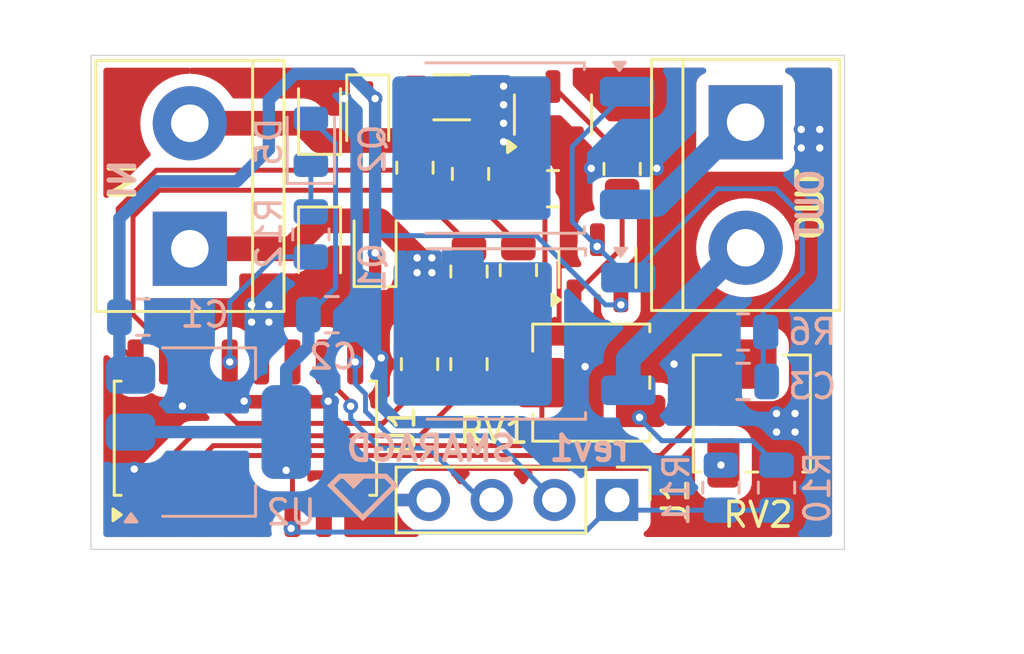
<source format=kicad_pcb>
(kicad_pcb (version 20221018) (generator pcbnew)
  (layers (0 "F.Cu" signal) (31 "B.Cu" signal) (34 "B.Paste" user) (35 "F.Paste" user) (36 "B.SilkS" user "B.Silkscreen") (37 "F.SilkS" user "F.Silkscreen") (38 "B.Mask" user) (39 "F.Mask" user) (44 "Edge.Cuts" user))
  (net 0 "")
  (net 1 "GND")
  (net 2 "+12V")
  (net 3 "VCC")
  (net 4 "Net-(D1-A)")
  (net 5 "Net-(D2-A)")
  (net 6 "Net-(D5-K)")
  (net 7 "Net-(J1-Pin_2)")
  (net 8 "Net-(J1-Pin_3)")
  (net 9 "/SIG")
  (net 10 "/PWM")
  (net 11 "Net-(M1-+)")
  (net 12 "Net-(M1--)")
  (net 13 "Net-(Q1-G)")
  (net 14 "Net-(Q2-D)")
  (net 15 "/Ia")
  (net 16 "/Ib")
  (net 17 "Net-(Q3-B)")
  (net 18 "Net-(Q4-C)")
  (net 19 "Net-(Q4-B)")
  (net 20 "Net-(R10-Pad2)")
  (net 21 "Net-(R11-Pad2)")
  (net 22 "Net-(U1-P1.3)")
  (net 23 "Net-(U1-P1.4)")
  (net 28 "Net-(U1-P3.6)")
  (net 29 "unconnected-(U1-P1.5-Pad4)")
  (footprint "Potentiometer_SMD:Potentiometer_Bourns_3314J_Vertical" (layer "F.Cu") (at 120.25 113.25 -90)
    (fp_text reference "RV1" (at 1.95 3.95 -180) (layer "F.SilkS"))
    (fp_text value "1k")
    (fp_line (start -2.37 -2.37) (end -2.37 2.37) (stroke (width 0.12)) (layer "F.SilkS"))
    (fp_line (start -2.37 -2.37) (end -2.06 -2.37) (stroke (width 0.12)) (layer "F.SilkS"))
    (fp_line (start -2.37 2.37) (end -1.27 2.37) (stroke (width 0.12)) (layer "F.SilkS"))
    (fp_line (start -0.24 -2.37) (end 0.24 -2.37) (stroke (width 0.12)) (layer "F.SilkS"))
    (fp_line (start 1.26 2.37) (end 2.37 2.37) (stroke (width 0.12)) (layer "F.SilkS"))
    (fp_line (start 2.06 -2.37) (end 2.37 -2.37) (stroke (width 0.12)) (layer "F.SilkS"))
    (fp_line (start 2.37 -2.37) (end 2.37 2.37) (stroke (width 0.12)) (layer "F.SilkS"))
    (pad "1" smd roundrect (at -1.15 -2 270) (size 1.3 2) (layers "F.Cu" "F.Paste" "F.Mask") (roundrect_rratio 0.1923076923) (net 1 "GND"))
    (pad "2" smd roundrect (at 0 2 270) (size 2 2) (layers "F.Cu" "F.Paste" "F.Mask") (roundrect_rratio 0.125) (net 22 "Net-(U1-P1.3)"))
    (pad "3" smd roundrect (at 1.15 -2 270) (size 1.3 2) (layers "F.Cu" "F.Paste" "F.Mask") (roundrect_rratio 0.1923076923) (net 20 "Net-(R10-Pad2)"))
  )
  (footprint "Connector_PinHeader_2.54mm:PinHeader_1x04_P2.54mm_Vertical" (layer "F.Cu") (at 121.3 118 -90)
    (fp_text reference "J1" (at 0 -2.33 90) (layer "F.SilkS"))
    (fp_text value "Conn_01x04_Pin")
    (fp_line (start -1.33 -1.33) (end 0 -1.33) (stroke (width 0.12)) (layer "F.SilkS"))
    (fp_line (start -1.33 0) (end -1.33 -1.33) (stroke (width 0.12)) (layer "F.SilkS"))
    (fp_line (start -1.33 1.27) (end -1.33 8.95) (stroke (width 0.12)) (layer "F.SilkS"))
    (fp_line (start -1.33 1.27) (end 1.33 1.27) (stroke (width 0.12)) (layer "F.SilkS"))
    (fp_line (start -1.33 8.95) (end 1.33 8.95) (stroke (width 0.12)) (layer "F.SilkS"))
    (fp_line (start 1.33 1.27) (end 1.33 8.95) (stroke (width 0.12)) (layer "F.SilkS"))
    (pad "1" thru_hole rect (at 0 0 270) (size 1.7 1.7) (drill 1) (layers "*.Cu" "*.Mask") (net 3 "VCC"))
    (pad "2" thru_hole oval (at 0 2.54 270) (size 1.7 1.7) (drill 1) (layers "*.Cu" "*.Mask") (net 7 "Net-(J1-Pin_2)"))
    (pad "3" thru_hole oval (at 0 5.08 270) (size 1.7 1.7) (drill 1) (layers "*.Cu" "*.Mask") (net 8 "Net-(J1-Pin_3)"))
    (pad "4" thru_hole oval (at 0 7.62 270) (size 1.7 1.7) (drill 1) (layers "*.Cu" "*.Mask") (net 1 "GND"))
  )
  (footprint "Resistor_SMD:R_0805_2012Metric" (layer "F.Cu") (at 115.3 108.75 -90)
    (fp_text reference "R4" hide)
    (fp_text value "1K")
    (fp_line (start -0.227064 -0.735) (end 0.227064 -0.735) (stroke (width 0.12)) (layer "F.SilkS"))
    (fp_line (start -0.227064 0.735) (end 0.227064 0.735) (stroke (width 0.12)) (layer "F.SilkS"))
    (pad "1" smd roundrect (at -0.9125 0 270) (size 1.025 1.4) (layers "F.Cu" "F.Paste" "F.Mask") (roundrect_rratio 0.243902439) (net 15 "/Ia"))
    (pad "2" smd roundrect (at 0.9125 0 270) (size 1.025 1.4) (layers "F.Cu" "F.Paste" "F.Mask") (roundrect_rratio 0.243902439) (net 1 "GND"))
  )
  (footprint "Package_TO_SOT_SMD:SOT-23-3" (layer "F.Cu") (at 120.5 108.6 90)
    (fp_text reference "Q3" hide)
    (fp_text value "BC857")
    (fp_line (start 0 -1.56) (end -0.8 -1.56) (stroke (width 0.12)) (layer "F.SilkS"))
    (fp_line (start 0 -1.56) (end 0.8 -1.56) (stroke (width 0.12)) (layer "F.SilkS"))
    (fp_line (start 0 1.56) (end -0.8 1.56) (stroke (width 0.12)) (layer "F.SilkS"))
    (fp_line (start 0 1.56) (end 0.8 1.56) (stroke (width 0.12)) (layer "F.SilkS"))
    (fp_poly (pts (xy -1.3 -1.51) (xy -1.54 -1.84) (xy -1.06 -1.84) (xy -1.3 -1.51)) (stroke (width 0.12)) (fill solid) (layer "F.SilkS"))
    (pad "1" smd roundrect (at -1.1375 -0.95 90) (size 1.325 0.6) (layers "F.Cu" "F.Paste" "F.Mask") (net 17 "Net-(Q3-B)"))
    (pad "2" smd roundrect (at -1.1375 0.95 90) (size 1.325 0.6) (layers "F.Cu" "F.Paste" "F.Mask") (net 2 "+12V"))
    (pad "3" smd roundrect (at 1.1375 0 90) (size 1.325 0.6) (layers "F.Cu" "F.Paste" "F.Mask") (net 13 "Net-(Q1-G)"))
  )
  (footprint "Resistor_SMD:R_0805_2012Metric" (layer "F.Cu") (at 113.3 112.5 90)
    (fp_text reference "R13" hide)
    (fp_text value "3k3")
    (fp_line (start -0.227064 -0.735) (end 0.227064 -0.735) (stroke (width 0.12)) (layer "F.SilkS"))
    (fp_line (start -0.227064 0.735) (end 0.227064 0.735) (stroke (width 0.12)) (layer "F.SilkS"))
    (pad "1" smd roundrect (at -0.9125 0 90) (size 1.025 1.4) (layers "F.Cu" "F.Paste" "F.Mask") (roundrect_rratio 0.243902439) (net 10 "/PWM"))
    (pad "2" smd roundrect (at 0.9125 0 90) (size 1.025 1.4) (layers "F.Cu" "F.Paste" "F.Mask") (roundrect_rratio 0.243902439) (net 19 "Net-(Q4-B)"))
  )
  (footprint "Package_TO_SOT_SMD:SOT-23-3" (layer "F.Cu") (at 118.7 102.4 90)
    (fp_text reference "Q4" hide)
    (fp_text value "BC847")
    (fp_line (start 0 -1.56) (end -0.8 -1.56) (stroke (width 0.12)) (layer "F.SilkS"))
    (fp_line (start 0 -1.56) (end 0.8 -1.56) (stroke (width 0.12)) (layer "F.SilkS"))
    (fp_line (start 0 1.56) (end -0.8 1.56) (stroke (width 0.12)) (layer "F.SilkS"))
    (fp_line (start 0 1.56) (end 0.8 1.56) (stroke (width 0.12)) (layer "F.SilkS"))
    (fp_poly (pts (xy -1.3 -1.51) (xy -1.54 -1.84) (xy -1.06 -1.84) (xy -1.3 -1.51)) (stroke (width 0.12)) (fill solid) (layer "F.SilkS"))
    (pad "1" smd roundrect (at -1.1375 -0.95 90) (size 1.325 0.6) (layers "F.Cu" "F.Paste" "F.Mask") (net 19 "Net-(Q4-B)"))
    (pad "2" smd roundrect (at -1.1375 0.95 90) (size 1.325 0.6) (layers "F.Cu" "F.Paste" "F.Mask") (net 1 "GND"))
    (pad "3" smd roundrect (at 1.1375 0 90) (size 1.325 0.6) (layers "F.Cu" "F.Paste" "F.Mask") (net 18 "Net-(Q4-C)"))
  )
  (footprint "Diode_SMD:D_SOD-323" (layer "F.Cu") (at 111.5 107.75 90)
    (fp_text reference "D2" hide)
    (fp_text value "1N4007")
    (fp_line (start -1.61 -0.85) (end -1.61 0.85) (stroke (width 0.12)) (layer "F.SilkS"))
    (fp_line (start -1.61 -0.85) (end 1.05 -0.85) (stroke (width 0.12)) (layer "F.SilkS"))
    (fp_line (start -1.61 0.85) (end 1.05 0.85) (stroke (width 0.12)) (layer "F.SilkS"))
    (pad "1" smd roundrect (at -1.05 0 90) (size 0.6 0.45) (layers "F.Cu" "F.Paste" "F.Mask") (net 2 "+12V"))
    (pad "2" smd roundrect (at 1.05 0 90) (size 0.6 0.45) (layers "F.Cu" "F.Paste" "F.Mask") (net 5 "Net-(D2-A)"))
  )
  (footprint "Diode_SMD:D_SOD-323" (layer "F.Cu") (at 111.2 102.4 -90)
    (fp_text reference "D1" hide)
    (fp_text value "1N4007")
    (fp_line (start -1.61 -0.85) (end -1.61 0.85) (stroke (width 0.12)) (layer "F.SilkS"))
    (fp_line (start -1.61 -0.85) (end 1.05 -0.85) (stroke (width 0.12)) (layer "F.SilkS"))
    (fp_line (start -1.61 0.85) (end 1.05 0.85) (stroke (width 0.12)) (layer "F.SilkS"))
    (pad "1" smd roundrect (at -1.05 0 270) (size 0.6 0.45) (layers "F.Cu" "F.Paste" "F.Mask") (net 2 "+12V"))
    (pad "2" smd roundrect (at 1.05 0 270) (size 0.6 0.45) (layers "F.Cu" "F.Paste" "F.Mask") (net 4 "Net-(D1-A)"))
  )
  (footprint "Resistor_SMD:R_0805_2012Metric" (layer "F.Cu") (at 117.3 108.7 -90)
    (fp_text reference "R5" hide)
    (fp_text value "1K")
    (fp_line (start -0.227064 -0.735) (end 0.227064 -0.735) (stroke (width 0.12)) (layer "F.SilkS"))
    (fp_line (start -0.227064 0.735) (end 0.227064 0.735) (stroke (width 0.12)) (layer "F.SilkS"))
    (pad "1" smd roundrect (at -0.9125 0 270) (size 1.025 1.4) (layers "F.Cu" "F.Paste" "F.Mask") (roundrect_rratio 0.243902439) (net 16 "/Ib"))
    (pad "2" smd roundrect (at 0.9125 0 270) (size 1.025 1.4) (layers "F.Cu" "F.Paste" "F.Mask") (roundrect_rratio 0.243902439) (net 1 "GND"))
  )
  (footprint "Potentiometer_SMD:Potentiometer_Bourns_3314J_Vertical" (layer "F.Cu") (at 126.75 114.5 180)
    (fp_text reference "RV2" (at -0.25 -4.1) (layer "F.SilkS"))
    (fp_text value "1k")
    (fp_line (start -2.37 -2.37) (end -2.37 2.37) (stroke (width 0.12)) (layer "F.SilkS"))
    (fp_line (start -2.37 -2.37) (end -2.06 -2.37) (stroke (width 0.12)) (layer "F.SilkS"))
    (fp_line (start -2.37 2.37) (end -1.27 2.37) (stroke (width 0.12)) (layer "F.SilkS"))
    (fp_line (start -0.24 -2.37) (end 0.24 -2.37) (stroke (width 0.12)) (layer "F.SilkS"))
    (fp_line (start 1.26 2.37) (end 2.37 2.37) (stroke (width 0.12)) (layer "F.SilkS"))
    (fp_line (start 2.06 -2.37) (end 2.37 -2.37) (stroke (width 0.12)) (layer "F.SilkS"))
    (fp_line (start 2.37 -2.37) (end 2.37 2.37) (stroke (width 0.12)) (layer "F.SilkS"))
    (pad "1" smd roundrect (at -1.15 -2 180) (size 1.3 2) (layers "F.Cu" "F.Paste" "F.Mask") (roundrect_rratio 0.1923076923) (net 1 "GND"))
    (pad "2" smd roundrect (at 0 2 180) (size 2 2) (layers "F.Cu" "F.Paste" "F.Mask") (roundrect_rratio 0.125) (net 23 "Net-(U1-P1.4)"))
    (pad "3" smd roundrect (at 1.15 -2 180) (size 1.3 2) (layers "F.Cu" "F.Paste" "F.Mask") (roundrect_rratio 0.1923076923) (net 21 "Net-(R11-Pad2)"))
  )
  (footprint "TerminalBlock:TerminalBlock_bornier-2_P5.08mm" (layer "F.Cu") (at 104 107.83 90)
    (fp_text reference "J2" hide)
    (fp_text value "Conn_01x02_Socket")
    (fp_line (start -2.54 -3.81) (end -2.54 3.81) (stroke (width 0.12)) (layer "F.SilkS"))
    (fp_line (start -2.54 3.81) (end 7.62 3.81) (stroke (width 0.12)) (layer "F.SilkS"))
    (fp_line (start 7.62 -3.81) (end -2.54 -3.81) (stroke (width 0.12)) (layer "F.SilkS"))
    (fp_line (start 7.62 2.54) (end -2.54 2.54) (stroke (width 0.12)) (layer "F.SilkS"))
    (fp_line (start 7.62 3.81) (end 7.62 -3.81) (stroke (width 0.12)) (layer "F.SilkS"))
    (pad "1" thru_hole rect (at 0 0 90) (size 3 3) (drill 1.52) (layers "*.Cu" "*.Mask") (net 5 "Net-(D2-A)"))
    (pad "2" thru_hole circle (at 5.08 0 90) (size 3 3) (drill 1.52) (layers "*.Cu" "*.Mask") (net 4 "Net-(D1-A)"))
  )
  (footprint "Resistor_SMD:R_0805_2012Metric" (layer "F.Cu") (at 115.3 112.5 90)
    (fp_text reference "R8" hide)
    (fp_text value "3k3")
    (fp_line (start -0.227064 -0.735) (end 0.227064 -0.735) (stroke (width 0.12)) (layer "F.SilkS"))
    (fp_line (start -0.227064 0.735) (end 0.227064 0.735) (stroke (width 0.12)) (layer "F.SilkS"))
    (pad "1" smd roundrect (at -0.9125 0 90) (size 1.025 1.4) (layers "F.Cu" "F.Paste" "F.Mask") (roundrect_rratio 0.243902439) (net 9 "/SIG"))
    (pad "2" smd roundrect (at 0.9125 0 90) (size 1.025 1.4) (layers "F.Cu" "F.Paste" "F.Mask") (roundrect_rratio 0.243902439) (net 19 "Net-(Q4-B)"))
  )
  (footprint "Resistor_SMD:R_1206_3216Metric" (layer "F.Cu") (at 114.6 101.7)
    (fp_text reference "R1" hide)
    (fp_text value "22")
    (fp_line (start -0.727064 -0.91) (end 0.727064 -0.91) (stroke (width 0.12)) (layer "F.SilkS"))
    (fp_line (start -0.727064 0.91) (end 0.727064 0.91) (stroke (width 0.12)) (layer "F.SilkS"))
    (pad "1" smd roundrect (at -1.4625 0) (size 1.125 1.75) (layers "F.Cu" "F.Paste" "F.Mask") (roundrect_rratio 0.2222222222) (net 4 "Net-(D1-A)"))
    (pad "2" smd roundrect (at 1.4625 0) (size 1.125 1.75) (layers "F.Cu" "F.Paste" "F.Mask") (roundrect_rratio 0.2222222222) (net 14 "Net-(Q2-D)"))
  )
  (footprint "Package_SO:SOP-16_4.4x10.4mm_P1.27mm" (layer "F.Cu") (at 106.25 115.5 90)
    (fp_text reference "U1" (at 0.3 6.35 270) (layer "F.SilkS"))
    (fp_text value "~")
    (fp_line (start -2.31 -5.31) (end -2.31 -5.03) (stroke (width 0.12)) (layer "F.SilkS"))
    (fp_line (start -2.31 5.31) (end -2.31 5.03) (stroke (width 0.12)) (layer "F.SilkS"))
    (fp_line (start 0 -5.31) (end -2.31 -5.31) (stroke (width 0.12)) (layer "F.SilkS"))
    (fp_line (start 0 -5.31) (end 2.31 -5.31) (stroke (width 0.12)) (layer "F.SilkS"))
    (fp_line (start 0 5.31) (end -2.31 5.31) (stroke (width 0.12)) (layer "F.SilkS"))
    (fp_line (start 0 5.31) (end 2.31 5.31) (stroke (width 0.12)) (layer "F.SilkS"))
    (fp_line (start 2.31 -5.31) (end 2.31 -5.03) (stroke (width 0.12)) (layer "F.SilkS"))
    (fp_line (start 2.31 5.31) (end 2.31 5.03) (stroke (width 0.12)) (layer "F.SilkS"))
    (fp_poly (pts (xy -3.1 -5.03) (xy -3.34 -5.36) (xy -2.86 -5.36) (xy -3.1 -5.03)) (stroke (width 0.12)) (fill solid) (layer "F.SilkS"))
    (pad "1" smd roundrect (at -3.0875 -4.445 90) (size 1.825 0.65) (layers "F.Cu" "F.Paste" "F.Mask") (net 9 "/SIG"))
    (pad "2" smd roundrect (at -3.0875 -3.175 90) (size 1.825 0.65) (layers "F.Cu" "F.Paste" "F.Mask") (net 22 "Net-(U1-P1.3)"))
    (pad "3" smd roundrect (at -3.0875 -1.905 90) (size 1.825 0.65) (layers "F.Cu" "F.Paste" "F.Mask") (net 23 "Net-(U1-P1.4)"))
    (pad "4" smd roundrect (at -3.0875 -0.635 90) (size 1.825 0.65) (layers "F.Cu" "F.Paste" "F.Mask") (net 29 "unconnected-(U1-P1.5-Pad4)"))
    (pad "5" smd roundrect (at -3.0875 0.635 90) (size 1.825 0.65) (layers "F.Cu" "F.Paste" "F.Mask"))
    (pad "6" smd roundrect (at -3.0875 1.905 90) (size 1.825 0.65) (layers "F.Cu" "F.Paste" "F.Mask") (net 3 "VCC"))
    (pad "7" smd roundrect (at -3.0875 3.175 90) (size 1.825 0.65) (layers "F.Cu" "F.Paste" "F.Mask"))
    (pad "8" smd roundrect (at -3.0875 4.445 90) (size 1.825 0.65) (layers "F.Cu" "F.Paste" "F.Mask") (net 1 "GND"))
    (pad "9" smd roundrect (at 3.0875 4.445 90) (size 1.825 0.65) (layers "F.Cu" "F.Paste" "F.Mask") (net 7 "Net-(J1-Pin_2)"))
    (pad "10" smd roundrect (at 3.0875 3.175 90) (size 1.825 0.65) (layers "F.Cu" "F.Paste" "F.Mask") (net 8 "Net-(J1-Pin_3)"))
    (pad "11" smd roundrect (at 3.0875 1.905 90) (size 1.825 0.65) (layers "F.Cu" "F.Paste" "F.Mask"))
    (pad "12" smd roundrect (at 3.0875 0.635 90) (size 1.825 0.65) (layers "F.Cu" "F.Paste" "F.Mask"))
    (pad "13" smd roundrect (at 3.0875 -0.635 90) (size 1.825 0.65) (layers "F.Cu" "F.Paste" "F.Mask") (net 28 "Net-(U1-P3.6)"))
    (pad "14" smd roundrect (at 3.0875 -1.905 90) (size 1.825 0.65) (layers "F.Cu" "F.Paste" "F.Mask") (net 10 "/PWM"))
    (pad "15" smd roundrect (at 3.0875 -3.175 90) (size 1.825 0.65) (layers "F.Cu" "F.Paste" "F.Mask") (net 15 "/Ia"))
    (pad "16" smd roundrect (at 3.0875 -4.445 90) (size 1.825 0.65) (layers "F.Cu" "F.Paste" "F.Mask") (net 16 "/Ib"))
  )
  (footprint "Diode_SMD:D_SOD-323" (layer "F.Cu") (at 109.25 107.75 -90)
    (fp_text reference "D4" hide)
    (fp_text value "1N4007")
    (fp_line (start -1.61 -0.85) (end -1.61 0.85) (stroke (width 0.12)) (layer "F.SilkS"))
    (fp_line (start -1.61 -0.85) (end 1.05 -0.85) (stroke (width 0.12)) (layer "F.SilkS"))
    (fp_line (start -1.61 0.85) (end 1.05 0.85) (stroke (width 0.12)) (layer "F.SilkS"))
    (pad "1" smd roundrect (at -1.05 0 270) (size 0.6 0.45) (layers "F.Cu" "F.Paste" "F.Mask") (net 5 "Net-(D2-A)"))
    (pad "2" smd roundrect (at 1.05 0 270) (size 0.6 0.45) (layers "F.Cu" "F.Paste" "F.Mask") (net 1 "GND"))
  )
  (footprint "Resistor_SMD:R_0805_2012Metric" (layer "F.Cu") (at 115.3625 104.8 -90)
    (fp_text reference "R3" hide)
    (fp_text value "10K")
    (fp_line (start -0.227064 -0.735) (end 0.227064 -0.735) (stroke (width 0.12)) (layer "F.SilkS"))
    (fp_line (start -0.227064 0.735) (end 0.227064 0.735) (stroke (width 0.12)) (layer "F.SilkS"))
    (pad "1" smd roundrect (at -0.9125 0 270) (size 1.025 1.4) (layers "F.Cu" "F.Paste" "F.Mask") (roundrect_rratio 0.243902439) (net 14 "Net-(Q2-D)"))
    (pad "2" smd roundrect (at 0.9125 0 270) (size 1.025 1.4) (layers "F.Cu" "F.Paste" "F.Mask") (roundrect_rratio 0.243902439) (net 16 "/Ib"))
  )
  (footprint "TerminalBlock:TerminalBlock_bornier-2_P5.08mm" (layer "F.Cu") (at 126.5 102.71 -90)
    (fp_text reference "M1" hide)
    (fp_text value "Motor_DC")
    (fp_line (start -2.54 -3.81) (end -2.54 3.81) (stroke (width 0.12)) (layer "F.SilkS"))
    (fp_line (start -2.54 3.81) (end 7.62 3.81) (stroke (width 0.12)) (layer "F.SilkS"))
    (fp_line (start 7.62 -3.81) (end -2.54 -3.81) (stroke (width 0.12)) (layer "F.SilkS"))
    (fp_line (start 7.62 2.54) (end -2.54 2.54) (stroke (width 0.12)) (layer "F.SilkS"))
    (fp_line (start 7.62 3.81) (end 7.62 -3.81) (stroke (width 0.12)) (layer "F.SilkS"))
    (pad "1" thru_hole rect (at 0 0 270) (size 3 3) (drill 1.52) (layers "*.Cu" "*.Mask") (net 11 "Net-(M1-+)"))
    (pad "2" thru_hole circle (at 5.08 0 270) (size 3 3) (drill 1.52) (layers "*.Cu" "*.Mask") (net 12 "Net-(M1--)"))
  )
  (footprint "Resistor_SMD:R_0805_2012Metric" (layer "F.Cu") (at 118.7 105.4)
    (fp_text reference "R9" hide)
    (fp_text value "10k")
    (fp_line (start -0.227064 -0.735) (end 0.227064 -0.735) (stroke (width 0.12)) (layer "F.SilkS"))
    (fp_line (start -0.227064 0.735) (end 0.227064 0.735) (stroke (width 0.12)) (layer "F.SilkS"))
    (pad "1" smd roundrect (at -0.9125 0) (size 1.025 1.4) (layers "F.Cu" "F.Paste" "F.Mask") (roundrect_rratio 0.243902439) (net 19 "Net-(Q4-B)"))
    (pad "2" smd roundrect (at 0.9125 0) (size 1.025 1.4) (layers "F.Cu" "F.Paste" "F.Mask") (roundrect_rratio 0.243902439) (net 1 "GND"))
  )
  (footprint "Resistor_SMD:R_0805_2012Metric" (layer "F.Cu") (at 121.5 104.6 90)
    (fp_text reference "R7" hide)
    (fp_text value "10K")
    (fp_line (start -0.227064 -0.735) (end 0.227064 -0.735) (stroke (width 0.12)) (layer "F.SilkS"))
    (fp_line (start -0.227064 0.735) (end 0.227064 0.735) (stroke (width 0.12)) (layer "F.SilkS"))
    (pad "1" smd roundrect (at -0.9125 0 90) (size 1.025 1.4) (layers "F.Cu" "F.Paste" "F.Mask") (roundrect_rratio 0.243902439) (net 17 "Net-(Q3-B)"))
    (pad "2" smd roundrect (at 0.9125 0 90) (size 1.025 1.4) (layers "F.Cu" "F.Paste" "F.Mask") (roundrect_rratio 0.243902439) (net 18 "Net-(Q4-C)"))
  )
  (footprint "Resistor_SMD:R_0805_2012Metric" (layer "F.Cu") (at 113.1125 104.55 -90)
    (fp_text reference "R2" hide)
    (fp_text value "10K")
    (fp_line (start -0.227064 -0.735) (end 0.227064 -0.735) (stroke (width 0.12)) (layer "F.SilkS"))
    (fp_line (start -0.227064 0.735) (end 0.227064 0.735) (stroke (width 0.12)) (layer "F.SilkS"))
    (pad "1" smd roundrect (at -0.9125 0 270) (size 1.025 1.4) (layers "F.Cu" "F.Paste" "F.Mask") (roundrect_rratio 0.243902439) (net 4 "Net-(D1-A)"))
    (pad "2" smd roundrect (at 0.9125 0 270) (size 1.025 1.4) (layers "F.Cu" "F.Paste" "F.Mask") (roundrect_rratio 0.243902439) (net 15 "/Ia"))
  )
  (footprint "Diode_SMD:D_SOD-323" (layer "F.Cu") (at 109.25 102.4 90)
    (fp_text reference "D3" hide)
    (fp_text value "1N4007")
    (fp_line (start -1.61 -0.85) (end -1.61 0.85) (stroke (width 0.12)) (layer "F.SilkS"))
    (fp_line (start -1.61 -0.85) (end 1.05 -0.85) (stroke (width 0.12)) (layer "F.SilkS"))
    (fp_line (start -1.61 0.85) (end 1.05 0.85) (stroke (width 0.12)) (layer "F.SilkS"))
    (pad "1" smd roundrect (at -1.05 0 90) (size 0.6 0.45) (layers "F.Cu" "F.Paste" "F.Mask") (net 4 "Net-(D1-A)"))
    (pad "2" smd roundrect (at 1.05 0 90) (size 0.6 0.45) (layers "F.Cu" "F.Paste" "F.Mask") (net 1 "GND"))
  )
  (footprint "LED_SMD:LED_0805_2012Metric" (layer "B.Cu") (at 108.9 103.5 90)
    (fp_text reference "D5" (at 0 -1.7 90) (layer "B.SilkS") (effects (justify mirror)))
    (fp_text value "LED")
    (fp_line (start -1.685 -0.96) (end 1 -0.96) (stroke (width 0.12)) (layer "B.SilkS"))
    (fp_line (start -1.685 0.96) (end -1.685 -0.96) (stroke (width 0.12)) (layer "B.SilkS"))
    (fp_line (start 1 0.96) (end -1.685 0.96) (stroke (width 0.12)) (layer "B.SilkS"))
    (pad "1" smd roundrect (at -0.9375 0 90) (size 0.975 1.4) (layers "B.Cu" "B.Paste" "B.Mask") (net 6 "Net-(D5-K)"))
    (pad "2" smd roundrect (at 0.9375 0 90) (size 0.975 1.4) (layers "B.Cu" "B.Paste" "B.Mask") (net 3 "VCC"))
  )
  (footprint "Resistor_SMD:R_0805_2012Metric" (layer "B.Cu") (at 126.4 111.2 180)
    (fp_text reference "R6" (at -2.8 0) (layer "B.SilkS") (effects (justify mirror)))
    (fp_text value "10K")
    (fp_line (start -0.227064 -0.735) (end 0.227064 -0.735) (stroke (width 0.12)) (layer "B.SilkS"))
    (fp_line (start -0.227064 0.735) (end 0.227064 0.735) (stroke (width 0.12)) (layer "B.SilkS"))
    (pad "1" smd roundrect (at -0.9125 0 180) (size 1.025 1.4) (layers "B.Cu" "B.Paste" "B.Mask") (roundrect_rratio 0.243902439) (net 13 "Net-(Q1-G)"))
    (pad "2" smd roundrect (at 0.9125 0 180) (size 1.025 1.4) (layers "B.Cu" "B.Paste" "B.Mask") (roundrect_rratio 0.243902439) (net 1 "GND"))
  )
  (footprint "Capacitor_SMD:C_0805_2012Metric" (layer "B.Cu") (at 126.4 113.2)
    (fp_text reference "C3" (at 2.8 0.2) (layer "B.SilkS") (effects (justify mirror)))
    (fp_text value "1u")
    (fp_line (start -0.261252 -0.735) (end 0.261252 -0.735) (stroke (width 0.12)) (layer "B.SilkS"))
    (fp_line (start -0.261252 0.735) (end 0.261252 0.735) (stroke (width 0.12)) (layer "B.SilkS"))
    (pad "1" smd roundrect (at -0.95 0) (size 1 1.45) (layers "B.Cu" "B.Paste" "B.Mask") (net 1 "GND"))
    (pad "2" smd roundrect (at 0.95 0) (size 1 1.45) (layers "B.Cu" "B.Paste" "B.Mask") (net 13 "Net-(Q1-G)"))
  )
  (footprint "Resistor_SMD:R_0805_2012Metric" (layer "B.Cu") (at 127.75 117.5 90)
    (fp_text reference "R10" (at 0 1.65 90) (layer "B.SilkS") (effects (justify mirror)))
    (fp_text value "10k")
    (fp_line (start -0.227064 -0.735) (end 0.227064 -0.735) (stroke (width 0.12)) (layer "B.SilkS"))
    (fp_line (start -0.227064 0.735) (end 0.227064 0.735) (stroke (width 0.12)) (layer "B.SilkS"))
    (pad "1" smd roundrect (at -0.9125 0 90) (size 1.025 1.4) (layers "B.Cu" "B.Paste" "B.Mask") (roundrect_rratio 0.243902439) (net 3 "VCC"))
    (pad "2" smd roundrect (at 0.9125 0 90) (size 1.025 1.4) (layers "B.Cu" "B.Paste" "B.Mask") (roundrect_rratio 0.243902439) (net 20 "Net-(R10-Pad2)"))
  )
  (footprint "Package_TO_SOT_SMD:SOT-223-3_TabPin2" (layer "B.Cu") (at 104.75 115.25)
    (fp_text reference "U2" (at 3.35 3.25) (layer "B.SilkS") (effects (justify mirror)))
    (fp_text value "LD1117S50TR_SOT223")
    (fp_line (start -1.85 -3.41) (end 1.91 -3.41) (stroke (width 0.12)) (layer "B.SilkS"))
    (fp_line (start -1.85 3.41) (end 1.91 3.41) (stroke (width 0.12)) (layer "B.SilkS"))
    (fp_line (start 1.91 -3.41) (end 1.91 -2.15) (stroke (width 0.12)) (layer "B.SilkS"))
    (fp_line (start 1.91 3.41) (end 1.91 2.15) (stroke (width 0.12)) (layer "B.SilkS"))
    (fp_poly (pts (xy -3.13 3.31) (xy -3.37 3.64) (xy -2.89 3.64) (xy -3.13 3.31)) (stroke (width 0.12)) (fill solid) (layer "B.SilkS"))
    (pad "1" smd roundrect (at -3.15 2.3) (size 2 1.5) (layers "B.Cu" "B.Paste" "B.Mask") (net 1 "GND"))
    (pad "2" smd roundrect (at -3.15 0) (size 2 1.5) (layers "B.Cu" "B.Paste" "B.Mask") (net 3 "VCC"))
    (pad "2" smd roundrect (at 3.15 0) (size 2 3.8) (layers "B.Cu" "B.Paste" "B.Mask") (net 3 "VCC"))
    (pad "3" smd roundrect (at -3.15 -2.3) (size 2 1.5) (layers "B.Cu" "B.Paste" "B.Mask") (net 2 "+12V"))
  )
  (footprint "Resistor_SMD:R_0805_2012Metric" (layer "B.Cu") (at 125.5 117.5 90)
    (fp_text reference "R11" (at -0.1 -1.8 90) (layer "B.SilkS") (effects (justify mirror)))
    (fp_text value "10k")
    (fp_line (start -0.227064 -0.735) (end 0.227064 -0.735) (stroke (width 0.12)) (layer "B.SilkS"))
    (fp_line (start -0.227064 0.735) (end 0.227064 0.735) (stroke (width 0.12)) (layer "B.SilkS"))
    (pad "1" smd roundrect (at -0.9125 0 90) (size 1.025 1.4) (layers "B.Cu" "B.Paste" "B.Mask") (roundrect_rratio 0.243902439) (net 3 "VCC"))
    (pad "2" smd roundrect (at 0.9125 0 90) (size 1.025 1.4) (layers "B.Cu" "B.Paste" "B.Mask") (roundrect_rratio 0.243902439) (net 21 "Net-(R11-Pad2)"))
  )
  (footprint "Resistor_SMD:R_0805_2012Metric" (layer "B.Cu") (at 108.9 107.25 -90)
    (fp_text reference "R12" (at -0.05 1.7 -90) (layer "B.SilkS") (effects (justify mirror)))
    (fp_text value "1k")
    (fp_line (start -0.227064 -0.735) (end 0.227064 -0.735) (stroke (width 0.12)) (layer "B.SilkS"))
    (fp_line (start -0.227064 0.735) (end 0.227064 0.735) (stroke (width 0.12)) (layer "B.SilkS"))
    (pad "1" smd roundrect (at -0.9125 0 270) (size 1.025 1.4) (layers "B.Cu" "B.Paste" "B.Mask") (roundrect_rratio 0.243902439) (net 6 "Net-(D5-K)"))
    (pad "2" smd roundrect (at 0.9125 0 270) (size 1.025 1.4) (layers "B.Cu" "B.Paste" "B.Mask") (roundrect_rratio 0.243902439) (net 28 "Net-(U1-P3.6)"))
  )
  (footprint "Package_TO_SOT_SMD:TO-252-2" (layer "B.Cu") (at 116.66 103.7525 180)
    (fp_text reference "Q2" (at 5.26 -0.0475 90) (layer "B.SilkS") (effects (justify mirror)))
    (fp_text value "IRLR2705")
    (fp_line (start -3.31 -3.45) (end -3.31 -3.18) (stroke (width 0.12)) (layer "B.SilkS"))
    (fp_line (start -3.31 3.45) (end -3.31 3.18) (stroke (width 0.12)) (layer "B.SilkS"))
    (fp_line (start 3.11 -3.45) (end -3.31 -3.45) (stroke (width 0.12)) (layer "B.SilkS"))
    (fp_line (start 3.11 3.45) (end -3.31 3.45) (stroke (width 0.12)) (layer "B.SilkS"))
    (fp_poly (pts (xy -4.73 3.14) (xy -4.97 3.47) (xy -4.49 3.47) (xy -4.73 3.14)) (stroke (width 0.12)) (fill solid) (layer "B.SilkS"))
    (pad "1" smd roundrect (at -5.04 2.28 180) (size 2.2 1.2) (layers "B.Cu" "B.Paste" "B.Mask") (roundrect_rratio 0.2083333333) (net 13 "Net-(Q1-G)"))
    (pad "2" smd roundrect (at -0.415 -1.525 180) (size 3.05 2.75) (layers "B.Cu" "B.Paste") (roundrect_rratio 0.09090909091) (net 14 "Net-(Q2-D)"))
    (pad "2" smd roundrect (at -0.415 1.525 180) (size 3.05 2.75) (layers "B.Cu" "B.Paste") (roundrect_rratio 0.09090909091) (net 14 "Net-(Q2-D)"))
    (pad "2" smd roundrect (at 1.26 0 180) (size 6.4 5.8) (layers "B.Cu" "B.Mask") (roundrect_rratio 0.04310293103) (net 14 "Net-(Q2-D)"))
    (pad "2" smd roundrect (at 2.935 -1.525 180) (size 3.05 2.75) (layers "B.Cu" "B.Paste") (roundrect_rratio 0.09090909091) (net 14 "Net-(Q2-D)"))
    (pad "2" smd roundrect (at 2.935 1.525 180) (size 3.05 2.75) (layers "B.Cu" "B.Paste") (roundrect_rratio 0.09090909091) (net 14 "Net-(Q2-D)"))
    (pad "3" smd roundrect (at -5.04 -2.28 180) (size 2.2 1.2) (layers "B.Cu" "B.Paste" "B.Mask") (roundrect_rratio 0.2083333333) (net 11 "Net-(M1-+)"))
  )
  (footprint "Package_TO_SOT_SMD:TO-252-2" (layer "B.Cu") (at 116.71 111.28 180)
    (fp_text reference "Q1" (at 5.31 2.68 90) (layer "B.SilkS") (effects (justify mirror)))
    (fp_text value "IRLR2705")
    (fp_line (start -3.31 -3.45) (end -3.31 -3.18) (stroke (width 0.12)) (layer "B.SilkS"))
    (fp_line (start -3.31 3.45) (end -3.31 3.18) (stroke (width 0.12)) (layer "B.SilkS"))
    (fp_line (start 3.11 -3.45) (end -3.31 -3.45) (stroke (width 0.12)) (layer "B.SilkS"))
    (fp_line (start 3.11 3.45) (end -3.31 3.45) (stroke (width 0.12)) (layer "B.SilkS"))
    (fp_poly (pts (xy -4.73 3.14) (xy -4.97 3.47) (xy -4.49 3.47) (xy -4.73 3.14)) (stroke (width 0.12)) (fill solid) (layer "B.SilkS"))
    (pad "1" smd roundrect (at -5.04 2.28 180) (size 2.2 1.2) (layers "B.Cu" "B.Paste" "B.Mask") (roundrect_rratio 0.2083333333) (net 13 "Net-(Q1-G)"))
    (pad "2" smd roundrect (at -0.415 -1.525 180) (size 3.05 2.75) (layers "B.Cu" "B.Paste") (roundrect_rratio 0.09090909091) (net 5 "Net-(D2-A)"))
    (pad "2" smd roundrect (at -0.415 1.525 180) (size 3.05 2.75) (layers "B.Cu" "B.Paste") (roundrect_rratio 0.09090909091) (net 5 "Net-(D2-A)"))
    (pad "2" smd roundrect (at 1.26 0 180) (size 6.4 5.8) (layers "B.Cu" "B.Mask") (roundrect_rratio 0.04310293103) (net 5 "Net-(D2-A)"))
    (pad "2" smd roundrect (at 2.935 -1.525 180) (size 3.05 2.75) (layers "B.Cu" "B.Paste") (roundrect_rratio 0.09090909091) (net 5 "Net-(D2-A)"))
    (pad "2" smd roundrect (at 2.935 1.525 180) (size 3.05 2.75) (layers "B.Cu" "B.Paste") (roundrect_rratio 0.09090909091) (net 5 "Net-(D2-A)"))
    (pad "3" smd roundrect (at -5.04 -2.28 180) (size 2.2 1.2) (layers "B.Cu" "B.Paste" "B.Mask") (roundrect_rratio 0.2083333333) (net 12 "Net-(M1--)"))
  )
  (footprint "global:SMARAGD_S" (layer "B.Cu") (at 111 117.9 180)
    (fp_text reference "SMARAGD1" hide)
    (fp_text value "~")
    (fp_line (start 0.25022 0.753534) (end 0.494845 0.753534) (stroke (width 0.1)) (layer "B.SilkS"))
    (fp_line (start 0.35532 0.64928) (end 0.309033 0.694267) (stroke (width 0.1)) (layer "B.SilkS"))
    (fp_line (start 0.494845 0.753534) (end 0.35532 0.64928) (stroke (width 0.1)) (layer "B.SilkS"))
    (fp_poly (pts (xy 1.208857 0.726017) (xy 1.447656 0.486834) (xy 0.725963 -0.234949) (xy 0.634008 -0.326881) (xy 0.54538 -0.415419) (xy 0.460813 -0.499833) (xy 0.381043 -0.579391) (xy 0.306804 -0.653364) (xy 0.238832 -0.721021) (xy 0.177862 -0.78163) (xy 0.124627 -0.83446) (xy 0.079865 -0.878782) (xy 0.044309 -0.913865) (xy 0.018694 -0.938976) (xy 0.003756 -0.953387) (xy 0 -0.956733) (xy -0.006413 -0.950864) (xy -0.024056 -0.933743) (xy -0.052195 -0.906103) (xy -0.090094 -0.868672) (xy -0.137019 -0.822183) (xy -0.192234 -0.767365) (xy -0.255005 -0.70495) (xy -0.324596 -0.635667) (xy -0.400273 -0.560249) (xy -0.481301 -0.479425) (xy -0.566943 -0.393926) (xy -0.656467 -0.304484) (xy -0.726054 -0.234912) (xy -1.447838 0.486908) (xy -1.447793 0.486953) (xy -1.160007 0.486953) (xy -0.582144 -0.090957) (xy -0.500009 -0.173055) (xy -0.421272 -0.251674) (xy -0.346755 -0.325996) (xy -0.277282 -0.395204) (xy -0.213675 -0.458482) (xy -0.156757 -0.515012) (xy -0.107351 -0.563978) (xy -0.066279 -0.604564) (xy -0.034364 -0.635951) (xy -0.01243 -0.657324) (xy -0.001298 -0.667865) (xy -0.000047 -0.668866) (xy 0.006411 -0.663011) (xy 0.024009 -0.645989) (xy 0.051927 -0.618619) (xy 0.08934 -0.581715) (xy 0.135426 -0.536097) (xy 0.189362 -0.482579) (xy 0.250325 -0.42198) (xy 0.317492 -0.355115) (xy 0.390041 -0.282802) (xy 0.467148 -0.205858) (xy 0.54799 -0.125099) (xy 0.582025 -0.091074) (xy 1.159863 0.486717) (xy 1.022411 0.624359) (xy 0.884959 0.762) (xy 0.838358 0.762) (xy 0.791757 0.762) (xy 0.582145 0.552514) (xy 0.372533 0.343028) (xy 0.162921 0.552514) (xy -0.038221 0.753534) (xy 0.25022 0.753534) (xy 0.309033 0.694267) (xy 0.334425 0.669128) (xy 0.35532 0.64928) (xy 0.368937 0.637318) (xy 0.372533 0.635001) (xy 0.380108 0.640631) (xy 0.396722 0.65579) (xy 0.419591 0.677884) (xy 0.436033 0.694267) (xy 0.494845 0.753534) (xy 0.372533 0.753534) (xy 0.25022 0.753534) (xy -0.038221 0.753534) (xy -0.046692 0.762) (xy -0.465636 0.762001) (xy -0.88458 0.762001) (xy -1.022294 0.624477) (xy -1.160007 0.486953) (xy -1.447793 0.486953) (xy -1.208581 0.726054) (xy -0.969324 0.9652) (xy 0.000367 0.9652) (xy 0.970057 0.965201)) (fill solid) (layer "B.SilkS"))
  )
  (footprint "Capacitor_SMD:C_0805_2012Metric" (layer "B.Cu") (at 109.75 110.5)
    (fp_text reference "C2" (at 0.05 1.7 180) (layer "B.SilkS") (effects (justify mirror)))
    (fp_text value "47u")
    (fp_line (start -0.261252 -0.735) (end 0.261252 -0.735) (stroke (width 0.12)) (layer "B.SilkS"))
    (fp_line (start -0.261252 0.735) (end 0.261252 0.735) (stroke (width 0.12)) (layer "B.SilkS"))
    (pad "1" smd roundrect (at -0.95 0) (size 1 1.45) (layers "B.Cu" "B.Paste" "B.Mask") (net 3 "VCC"))
    (pad "2" smd roundrect (at 0.95 0) (size 1 1.45) (layers "B.Cu" "B.Paste" "B.Mask") (net 1 "GND"))
  )
  (footprint "Capacitor_SMD:C_0805_2012Metric" (layer "B.Cu") (at 102.1 110.6 180)
    (fp_text reference "C1" (at -2.5 0.1) (layer "B.SilkS") (effects (justify mirror)))
    (fp_text value "10u")
    (fp_line (start -0.261252 -0.735) (end 0.261252 -0.735) (stroke (width 0.12)) (layer "B.SilkS"))
    (fp_line (start -0.261252 0.735) (end 0.261252 0.735) (stroke (width 0.12)) (layer "B.SilkS"))
    (pad "1" smd roundrect (at -0.95 0 180) (size 1 1.45) (layers "B.Cu" "B.Paste" "B.Mask") (net 1 "GND"))
    (pad "2" smd roundrect (at 0.95 0 180) (size 1 1.45) (layers "B.Cu" "B.Paste" "B.Mask") (net 2 "+12V"))
  )
  (gr_rect (start 100 100) (end 130.5 120) (stroke (width 0.05)) (fill none) (layer "Edge.Cuts"))
  (gr_text "SMARAGD" (at 117.3 116.5) (layer "B.SilkS") (effects (font (size 1 1) (thickness 0.2) bold) (justify left bottom mirror)))
  (gr_text "rev1" (at 121.9 116.5) (layer "B.SilkS") (effects (font (size 1 1) (thickness 0.2) bold) (justify left bottom mirror)))
  (gr_text "OUT" (at 129.7 104.5 90) (layer "B.SilkS") (effects (font (size 1 1) (thickness 0.2) bold) (justify left bottom mirror)))
  (gr_text "IN" (at 100.6 105.9 270) (layer "B.SilkS") (effects (font (size 1 1) (thickness 0.2) bold) (justify left bottom mirror)))
  (gr_text "IN" (at 100.6 104.2 270) (layer "F.SilkS") (effects (font (size 1 1) (thickness 0.2) bold) (justify left bottom)))
  (gr_text "OUT" (at 129.7 107.6 90) (layer "F.SilkS") (effects (font (size 1 1) (thickness 0.2) bold) (justify left bottom)))
  (segment (start 112.1 117.2) (end 112.0825 117.2) (width 0.2) (layer "F.Cu") (net 1))
  (segment (start 110.2 109.4) (end 110.4 109.6) (width 0.2) (layer "F.Cu") (net 1))
  (segment (start 111.75 112.25) (end 111.9 112.4) (width 0.2) (layer "F.Cu") (net 1))
  (segment (start 119.275 108.075) (end 119.325 107.75) (width 0.2) (layer "F.Cu") (net 1))
  (segment (start 103.89 110.8) (end 103.72 110.97) (width 0.2) (layer "F.Cu") (net 1))
  (segment (start 103.72 114.22) (end 103.7 114.2) (width 0.2) (layer "F.Cu") (net 1))
  (segment (start 103.72 114.78) (end 103.72 114.22) (width 0.2) (layer "F.Cu") (net 1))
  (segment (start 109.6 114) (end 106.2 114) (width 0.5) (layer "F.Cu") (net 1))
  (segment (start 123.6 116.7) (end 112.6 116.7) (width 0.25) (layer "F.Cu") (net 1))
  (segment (start 119.325 107.75) (end 118.95 108.4) (width 0.2) (layer "F.Cu") (net 1))
  (segment (start 101.75 116.75) (end 103.72 114.78) (width 0.2) (layer "F.Cu") (net 1))
  (segment (start 103.72 114.18) (end 103.7 114.2) (width 0.2) (layer "F.Cu") (net 1))
  (segment (start 110.25 101.75) (end 110 101.75) (width 0.5) (layer "F.Cu") (net 1))
  (segment (start 123.7 116.8) (end 123.6 116.7) (width 0.2) (layer "F.Cu") (net 1))
  (segment (start 103.72 110.97) (end 103.72 114.18) (width 0.2) (layer "F.Cu") (net 1))
  (segment (start 112.6 116.7) (end 112.1 117.2) (width 0.2) (layer "F.Cu") (net 1))
  (segment (start 110.4 109.6) (end 110.6 109.6) (width 0.2) (layer "F.Cu") (net 1))
  (segment (start 112.0825 117.2) (end 110.695 118.5875) (width 0.2) (layer "F.Cu") (net 1))
  (segment (start 118.95 108.4) (end 118.95 111.125) (width 0.2) (layer "F.Cu") (net 1))
  (segment (start 106.5 110.8) (end 103.89 110.8) (width 0.2) (layer "F.Cu") (net 1))
  (segment (start 110.6 109.6) (end 112.8 109.6) (width 0.2) (layer "F.Cu") (net 1))
  (via (at 120 112.6) (size 0.6) (drill 0.3) (layers "F.Cu" "B.Cu") (net 1))
  (via (at 127.75 115.25) (size 0.6) (drill 0.3) (layers "F.Cu" "B.Cu") (net 1))
  (via (at 106.5 110.1) (size 0.6) (drill 0.3) (layers "F.Cu" "B.Cu") (net 1))
  (via (at 111.75 112.25) (size 0.6) (drill 0.3) (layers "F.Cu" "B.Cu") (net 1))
  (via (at 123.6 112.5) (size 0.6) (drill 0.3) (layers "F.Cu" "B.Cu") (net 1))
  (via (at 128.75 103) (size 0.6) (drill 0.3) (layers "F.Cu" "B.Cu") (net 1))
  (via (at 128.75 103.75) (size 0.6) (drill 0.3) (layers "F.Cu" "B.Cu") (net 1))
  (via (at 107.2 110.1) (size 0.6) (drill 0.3) (layers "F.Cu" "B.Cu") (net 1))
  (via (at 107.2 110.8) (size 0.6) (drill 0.3) (layers "F.Cu" "B.Cu") (net 1))
  (via (at 129.5 103.75) (size 0.6) (drill 0.3) (layers "F.Cu" "B.Cu") (net 1))
  (via (at 122.9 104.575) (size 0.6) (drill 0.3) (layers "F.Cu" "B.Cu") (net 1))
  (via (at 120.25 104.575) (size 0.6) (drill 0.3) (layers "F.Cu" "B.Cu") (net 1))
  (via (at 110.25 101.75) (size 0.6) (drill 0.3) (layers "F.Cu" "B.Cu") (net 1))
  (via (at 127.75 114.5) (size 0.6) (drill 0.3) (layers "F.Cu" "B.Cu") (net 1))
  (via (at 128.5 115.25) (size 0.6) (drill 0.3) (layers "F.Cu" "B.Cu") (net 1))
  (via (at 103.7 114.2) (size 0.6) (drill 0.3) (layers "F.Cu" "B.Cu") (net 1))
  (via (at 106.2 114) (size 0.6) (drill 0.3) (layers "F.Cu" "B.Cu") (net 1))
  (via (at 101.75 116.75) (size 0.6) (drill 0.3) (layers "F.Cu" "B.Cu") (net 1))
  (via (at 128.5 114.5) (size 0.6) (drill 0.3) (layers "F.Cu" "B.Cu") (net 1))
  (via (at 106.5 110.8) (size 0.6) (drill 0.3) (layers "F.Cu" "B.Cu") (net 1))
  (via (at 129.5 103) (size 0.6) (drill 0.3) (layers "F.Cu" "B.Cu") (net 1))
  (via (at 109.6 114) (size 0.6) (drill 0.3) (layers "F.Cu" "B.Cu") (net 1))
  (segment (start 120 112.25) (end 120 112.6) (width 0.5) (layer "B.Cu") (net 1))
  (segment (start 112.423122 114.85) (end 117.45 114.85) (width 0.5) (layer "B.Cu") (net 1))
  (segment (start 110.25 101.75) (end 110.75 102.25) (width 0.5) (layer "B.Cu") (net 1))
  (segment (start 110.75 102.25) (end 110.75 111.25) (width 0.5) (layer "B.Cu") (net 1))
  (segment (start 110.75 111.25) (end 111.75 112.25) (width 0.5) (layer "B.Cu") (net 1))
  (segment (start 109.6 114) (end 109.6 113.8) (width 0.5) (layer "B.Cu") (net 1))
  (segment (start 111.5 112.25) (end 111.75 112.25) (width 0.2) (layer "B.Cu") (net 1))
  (segment (start 117.45 114.85) (end 117.7 115.1) (width 0.5) (layer "B.Cu") (net 1))
  (segment (start 120.25 104.575) (end 122.9 104.575) (width 0.5) (layer "B.Cu") (net 1))
  (segment (start 119.75 112) (end 120 112.25) (width 0.5) (layer "B.Cu") (net 1))
  (segment (start 111.75 112.25) (end 111.75 114.176878) (width 0.5) (layer "B.Cu") (net 1))
  (segment (start 113.68 118) (end 113.68 117.970256) (width 0.2) (layer "B.Cu") (net 1))
  (segment (start 110.25 115.25) (end 109.75 114.75) (width 0.5) (layer "B.Cu") (net 1))
  (segment (start 109.75 114.75) (end 109.75 114.039336) (width 0.5) (layer "B.Cu") (net 1))
  (segment (start 109.75 114.039336) (end 109.789336 114) (width 0.5) (layer "B.Cu") (net 1))
  (segment (start 109.789336 114) (end 109.6 114) (width 0.5) (layer "B.Cu") (net 1))
  (segment (start 111.75 114.176878) (end 112.423122 114.85) (width 0.5) (layer "B.Cu") (net 1))
  (segment (start 111.5 108) (end 111.5 108.8) (width 0.5) (layer "F.Cu") (net 2))
  (segment (start 111.5 101.75) (end 111.3 101.55) (width 0.5) (layer "F.Cu") (net 2))
  (via (at 111.5 101.75) (size 0.6) (drill 0.3) (layers "F.Cu" "B.Cu") (net 2))
  (via (at 121.45 110.1) (size 0.6) (drill 0.3) (layers "F.Cu" "B.Cu") (net 2))
  (via (at 111.5 108) (size 0.6) (drill 0.3) (layers "F.Cu" "B.Cu") (net 2))
  (segment (start 107.2 101.8) (end 107.2 103.8) (width 0.5) (layer "B.Cu") (net 2))
  (segment (start 111.5 101.75) (end 110.5 100.75) (width 0.5) (layer "B.Cu") (net 2))
  (segment (start 101.15 106.6) (end 101.15 110.6) (width 0.5) (layer "B.Cu") (net 2))
  (segment (start 120.826471 110.1) (end 121.45 110.1) (width 0.2) (layer "B.Cu") (net 2))
  (segment (start 101.6 112.95) (end 101.2 112.55) (width 0.5) (layer "B.Cu") (net 2))
  (segment (start 105.9 105.1) (end 102.65 105.1) (width 0.5) (layer "B.Cu") (net 2))
  (segment (start 111.5 101.75) (end 111.5 108) (width 0.5) (layer "B.Cu") (net 2))
  (segment (start 101.15 112.5) (end 101.6 112.95) (width 0.5) (layer "B.Cu") (net 2))
  (segment (start 118.026471 107.3) (end 120.826471 110.1) (width 0.2) (layer "B.Cu") (net 2))
  (segment (start 107.2 103.8) (end 105.9 105.1) (width 0.5) (layer "B.Cu") (net 2))
  (segment (start 108.25 100.75) (end 107.2 101.8) (width 0.5) (layer "B.Cu") (net 2))
  (segment (start 111.5 107.4) (end 111.6 107.3) (width 0.2) (layer "B.Cu") (net 2))
  (segment (start 102.65 105.1) (end 101.15 106.6) (width 0.5) (layer "B.Cu") (net 2))
  (segment (start 110.5 100.75) (end 108.25 100.75) (width 0.5) (layer "B.Cu") (net 2))
  (segment (start 111.5 108) (end 111.5 107.4) (width 0.2) (layer "B.Cu") (net 2))
  (segment (start 101.6 112.95) (end 101.6 113) (width 0.2) (layer "B.Cu") (net 2))
  (segment (start 101.15 110.6) (end 101.15 112.5) (width 0.5) (layer "B.Cu") (net 2))
  (segment (start 111.6 107.3) (end 118.026471 107.3) (width 0.2) (layer "B.Cu") (net 2))
  (segment (start 108.155 118.5875) (end 108.155 117.055) (width 0.2) (layer "F.Cu") (net 3))
  (segment (start 108.155 117.055) (end 107.9 116.8) (width 0.2) (layer "F.Cu") (net 3))
  (via (at 108.1 119.15) (size 0.6) (drill 0.3) (layers "F.Cu" "B.Cu") (net 3))
  (via (at 107.9 116.8) (size 0.6) (drill 0.3) (layers "F.Cu" "B.Cu") (net 3))
  (segment (start 107.9 112.7) (end 107.9 115.25) (width 0.5) (layer "B.Cu") (net 3))
  (segment (start 127.75 118.4125) (end 121.7125 118.4125) (width 0.2) (layer "B.Cu") (net 3))
  (segment (start 108.8 111.8) (end 107.9 112.7) (width 0.5) (layer "B.Cu") (net 3))
  (segment (start 109.9 109.4) (end 108.8 110.5) (width 0.2) (layer "B.Cu") (net 3))
  (segment (start 109.9 103.5625) (end 109.9 109.4) (width 0.2) (layer "B.Cu") (net 3))
  (segment (start 108.7 116.05) (end 107.9 115.25) (width 0.5) (layer "B.Cu") (net 3))
  (segment (start 120 119.3) (end 108.25 119.3) (width 0.2) (layer "B.Cu") (net 3))
  (segment (start 121.3 118) (end 120 119.3) (width 0.2) (layer "B.Cu") (net 3))
  (segment (start 121.7125 118.4125) (end 121.3 118) (width 0.2) (layer "B.Cu") (net 3))
  (segment (start 107.9 115.25) (end 101.6 115.25) (width 0.5) (layer "B.Cu") (net 3))
  (segment (start 108.8 110.5) (end 108.8 111.8) (width 0.5) (layer "B.Cu") (net 3))
  (segment (start 108.1 119.15) (end 107.95 119.3) (width 0.2) (layer "B.Cu") (net 3))
  (segment (start 108.25 119.3) (end 108.1 119.15) (width 0.2) (layer "B.Cu") (net 3))
  (segment (start 108.9 102.5625) (end 109.9 103.5625) (width 0.2) (layer "B.Cu") (net 3))
  (segment (start 108.55 102.75) (end 109.25 103.45) (width 1) (layer "F.Cu") (net 4))
  (segment (start 113.1125 101.975) (end 113.2875 101.8) (width 1) (layer "F.Cu") (net 4))
  (segment (start 112.925 103.45) (end 113.1125 103.6375) (width 1) (layer "F.Cu") (net 4))
  (segment (start 109.25 103.45) (end 112.925 103.45) (width 1) (layer "F.Cu") (net 4))
  (segment (start 104 102.75) (end 108.55 102.75) (width 1) (layer "F.Cu") (net 4))
  (segment (start 113.1125 103.6375) (end 113.1125 101.975) (width 1) (layer "F.Cu") (net 4))
  (segment (start 109.25 106.7) (end 111.5 106.7) (width 1) (layer "F.Cu") (net 5))
  (segment (start 111.7 106.7) (end 111.5 106.7) (width 1) (layer "F.Cu") (net 5))
  (segment (start 108.12 107.83) (end 109.25 106.7) (width 1) (layer "F.Cu") (net 5))
  (segment (start 104 107.83) (end 108.12 107.83) (width 1) (layer "F.Cu") (net 5))
  (segment (start 113.2 108.2) (end 111.7 106.7) (width 1) (layer "F.Cu") (net 5))
  (via (at 113.8 108.8) (size 0.6) (drill 0.3) (layers "F.Cu" "B.Cu") (net 5))
  (via (at 113.799997 108.2) (size 0.6) (drill 0.3) (layers "F.Cu" "B.Cu") (net 5))
  (via (at 113.2 108.2) (size 0.6) (drill 0.3) (layers "F.Cu" "B.Cu") (net 5))
  (via (at 113.2 108.8) (size 0.6) (drill 0.3) (layers "F.Cu" "B.Cu") (net 5))
  (segment (start 108.9 104.4375) (end 108.9 106.3375) (width 0.2) (layer "B.Cu") (net 6))
  (via (at 110.695 112.4125) (size 0.6) (drill 0.3) (layers "F.Cu" "B.Cu") (net 7))
  (segment (start 112.1 115.4) (end 116.16 115.4) (width 0.2) (layer "B.Cu") (net 7))
  (segment (start 110.695 113.296474) (end 111.111291 113.712765) (width 0.2) (layer "B.Cu") (net 7))
  (segment (start 116.16 115.4) (end 118.76 118) (width 0.2) (layer "B.Cu") (net 7))
  (segment (start 111.111291 113.712765) (end 111.111291 114.411291) (width 0.2) (layer "B.Cu") (net 7))
  (segment (start 111.111291 114.411291) (end 112.1 115.4) (width 0.2) (layer "B.Cu") (net 7))
  (segment (start 110.695 112.4125) (end 110.695 113.296474) (width 0.2) (layer "B.Cu") (net 7))
  (segment (start 109.425 112.976471) (end 109.425 112.4125) (width 0.2) (layer "F.Cu") (net 8))
  (segment (start 110.511291 114.203178) (end 110.511291 114.062762) (width 0.2) (layer "F.Cu") (net 8))
  (segment (start 110.511291 114.062762) (end 109.425 112.976471) (width 0.2) (layer "F.Cu") (net 8))
  (via (at 110.511291 114.203178) (size 0.6) (drill 0.3) (layers "F.Cu" "B.Cu") (net 8))
  (segment (start 110.511291 114.203178) (end 110.511291 114.711291) (width 0.2) (layer "B.Cu") (net 8))
  (segment (start 115.785254 118) (end 116.22 118) (width 0.2) (layer "B.Cu") (net 8))
  (segment (start 110.511291 114.711291) (end 111.7 115.9) (width 0.2) (layer "B.Cu") (net 8))
  (segment (start 113.685254 115.9) (end 115.785254 118) (width 0.2) (layer "B.Cu") (net 8))
  (segment (start 111.7 115.9) (end 113.685254 115.9) (width 0.2) (layer "B.Cu") (net 8))
  (segment (start 101.805 118.5875) (end 101.805 117.675001) (width 0.2) (layer "F.Cu") (net 9))
  (segment (start 101.805 117.675001) (end 104.080001 115.4) (width 0.2) (layer "F.Cu") (net 9))
  (segment (start 104.080001 115.4) (end 112.475 115.4) (width 0.2) (layer "F.Cu") (net 9))
  (segment (start 112.475 115.4) (end 113.3125 115.4) (width 0.2) (layer "F.Cu") (net 9))
  (segment (start 113.3125 115.4) (end 115.3 113.4125) (width 0.2) (layer "F.Cu") (net 9))
  (segment (start 104.345 112.4125) (end 104.345 113.324999) (width 0.2) (layer "F.Cu") (net 10))
  (segment (start 105.920001 114.9) (end 111.8125 114.9) (width 0.2) (layer "F.Cu") (net 10))
  (segment (start 104.345 113.324999) (end 105.920001 114.9) (width 0.2) (layer "F.Cu") (net 10))
  (segment (start 111.8125 114.9) (end 113.3 113.4125) (width 0.2) (layer "F.Cu") (net 10))
  (segment (start 122.9275 106.0325) (end 126.25 102.71) (width 1) (layer "B.Cu") (net 11))
  (segment (start 121.7 106.0325) (end 122.9275 106.0325) (width 1) (layer "B.Cu") (net 11))
  (segment (start 126.25 107.79) (end 121.75 112.29) (width 1) (layer "B.Cu") (net 12))
  (segment (start 121.75 112.29) (end 121.75 113.56) (width 1) (layer "B.Cu") (net 12))
  (segment (start 120.5 107.4625) (end 120.5 107.725) (width 0.2) (layer "F.Cu") (net 13))
  (segment (start 120.5 107.725) (end 120.4875 107.7375) (width 0.2) (layer "F.Cu") (net 13))
  (via (at 120.4875 107.7375) (size 0.6) (drill 0.3) (layers "F.Cu" "B.Cu") (net 13))
  (segment (start 119.475 103.6975) (end 121.7 101.4725) (width 0.2) (layer "B.Cu") (net 13))
  (segment (start 127.2125 113.1625) (end 127.25 113.2) (width 0.2) (layer "B.Cu") (net 13))
  (segment (start 127.2125 110.375) (end 127.2125 111.2) (width 0.2) (layer "B.Cu") (net 13))
  (segment (start 128.8 106.5) (end 127.7 105.4) (width 0.2) (layer "B.Cu") (net 13))
  (segment (start 127.7 105.4) (end 125.35 105.4) (width 0.2) (layer "B.Cu") (net 13))
  (segment (start 127.2125 111.2) (end 127.2125 113.1625) (width 0.2) (layer "B.Cu") (net 13))
  (segment (start 119.475 106.725) (end 119.475 103.6975) (width 0.2) (layer "B.Cu") (net 13))
  (segment (start 128.8 108.7875) (end 127.2125 110.375) (width 0.2) (layer "B.Cu") (net 13))
  (segment (start 120.4875 107.7375) (end 119.475 106.725) (width 0.2) (layer "B.Cu") (net 13))
  (segment (start 125.35 105.4) (end 121.75 109) (width 0.2) (layer "B.Cu") (net 13))
  (segment (start 128.8 108.7875) (end 128.8 106.5) (width 0.2) (layer "B.Cu") (net 13))
  (segment (start 120.4875 107.7375) (end 121.75 109) (width 0.2) (layer "B.Cu") (net 13))
  (via (at 116.7 103.5) (size 0.6) (drill 0.3) (layers "F.Cu" "B.Cu") (net 14))
  (via (at 116.7 101.25) (size 0.6) (drill 0.3) (layers "F.Cu" "B.Cu") (net 14))
  (via (at 116.7 102) (size 0.6) (drill 0.3) (layers "F.Cu" "B.Cu") (net 14))
  (via (at 116.7 102.75) (size 0.6) (drill 0.3) (layers "F.Cu" "B.Cu") (net 14))
  (segment (start 117.3025 102) (end 117.075 102.2275) (width 0.5) (layer "B.Cu") (net 14))
  (segment (start 118.25 102) (end 117.3025 102) (width 0.5) (layer "B.Cu") (net 14))
  (segment (start 102.7675 105.4625) (end 101.7 106.53) (width 0.2) (layer "F.Cu") (net 15))
  (segment (start 101.7 106.53) (end 101.7 110.5) (width 0.2) (layer "F.Cu") (net 15))
  (segment (start 103.075 111.875) (end 103.075 112.4125) (width 0.2) (layer "F.Cu") (net 15))
  (segment (start 115.3 107.8375) (end 115.3 107.65) (width 0.2) (layer "F.Cu") (net 15))
  (segment (start 115.3 107.65) (end 113.1125 105.4625) (width 0.2) (layer "F.Cu") (net 15))
  (segment (start 101.7 110.5) (end 103.075 111.875) (width 0.2) (layer "F.Cu") (net 15))
  (segment (start 113.1125 105.4625) (end 102.7675 105.4625) (width 0.2) (layer "F.Cu") (net 15))
  (segment (start 101.1 106.2) (end 101.1 111.7075) (width 0.2) (layer "F.Cu") (net 16))
  (segment (start 114.3 104.65) (end 102.65 104.65) (width 0.2) (layer "F.Cu") (net 16))
  (segment (start 102.65 104.65) (end 101.1 106.2) (width 0.2) (layer "F.Cu") (net 16))
  (segment (start 117.3 107.65) (end 115.3625 105.7125) (width 0.2) (layer "F.Cu") (net 16))
  (segment (start 101.1 111.7075) (end 101.805 112.4125) (width 0.2) (layer "F.Cu") (net 16))
  (segment (start 115.3625 105.7125) (end 114.3 104.65) (width 0.2) (layer "F.Cu") (net 16))
  (segment (start 117.3 107.7875) (end 117.3 107.65) (width 0.2) (layer "F.Cu") (net 16))
  (segment (start 121.5 107.7875) (end 119.55 109.7375) (width 0.2) (layer "F.Cu") (net 17))
  (segment (start 121.5 105.5125) (end 121.5 107.7875) (width 0.2) (layer "F.Cu") (net 17))
  (segment (start 121.5 103.6875) (end 121.125 103.6875) (width 0.2) (layer "F.Cu") (net 18))
  (segment (start 121.125 103.6875) (end 118.7 101.2625) (width 0.2) (layer "F.Cu") (net 18))
  (segment (start 116.8625 111.5875) (end 115.3 111.5875) (width 0.2) (layer "F.Cu") (net 19))
  (segment (start 118.375 105.9875) (end 118.375 110.075) (width 0.2) (layer "F.Cu") (net 19))
  (segment (start 117.7875 105.4) (end 118.375 105.9875) (width 0.2) (layer "F.Cu") (net 19))
  (segment (start 117.75 103.5375) (end 117.75 105.3625) (width 0.2) (layer "F.Cu") (net 19))
  (segment (start 113.35 111.5875) (end 113.3 111.6375) (width 0.2) (layer "F.Cu") (net 19))
  (segment (start 117.75 105.3625) (end 117.7875 105.4) (width 0.2) (layer "F.Cu") (net 19))
  (segment (start 115.3 111.5875) (end 113.35 111.5875) (width 0.2) (layer "F.Cu") (net 19))
  (segment (start 118.375 110.075) (end 116.8625 111.5875) (width 0.2) (layer "F.Cu") (net 19))
  (segment (start 122.203611 114.66) (end 122.203611 114.446389) (width 0.2) (layer "F.Cu") (net 20))
  (segment (start 122.203611 114.446389) (end 122.25 114.4) (width 0.2) (layer "F.Cu") (net 20))
  (via (at 122.203611 114.66) (size 0.6) (drill 0.3) (layers "F.Cu" "B.Cu") (net 20))
  (segment (start 122.203611 114.703611) (end 123.1 115.6) (width 0.2) (layer "B.Cu") (net 20))
  (segment (start 122.203611 114.66) (end 122.203611 114.703611) (width 0.2) (layer "B.Cu") (net 20))
  (segment (start 126.7625 115.6) (end 127.75 116.5875) (width 0.2) (layer "B.Cu") (net 20))
  (segment (start 123.1 115.6) (end 126.7625 115.6) (width 0.2) (layer "B.Cu") (net 20))
  (segment (start 125.6 116.5) (end 125.5875 116.5) (width 0.2) (layer "F.Cu") (net 21))
  (segment (start 125.5875 116.5) (end 125.5 116.5875) (width 0.2) (layer "F.Cu") (net 21))
  (via (at 125.5 116.5875) (size 0.6) (drill 0.3) (layers "F.Cu" "B.Cu") (net 21))
  (segment (start 117.4 115.8) (end 104.950001 115.8) (width 0.2) (layer "F.Cu") (net 22))
  (segment (start 103.075 117.675001) (end 103.075 118.5875) (width 0.2) (layer "F.Cu") (net 22))
  (segment (start 104.950001 115.8) (end 103.075 117.675001) (width 0.2) (layer "F.Cu") (net 22))
  (segment (start 118.25 114.95) (end 117.4 115.8) (width 0.2) (layer "F.Cu") (net 22))
  (segment (start 118.25 113.25) (end 118.25 114.95) (width 0.2) (layer "F.Cu") (net 22))
  (segment (start 126.75 112.5) (end 123.05 116.2) (width 0.2) (layer "F.Cu") (net 23))
  (segment (start 123.05 116.2) (end 105.451471 116.2) (width 0.2) (layer "F.Cu") (net 23))
  (segment (start 105.451471 116.2) (end 104.345 117.306471) (width 0.2) (layer "F.Cu") (net 23))
  (segment (start 104.345 117.306471) (end 104.345 118.5875) (width 0.2) (layer "F.Cu") (net 23))
  (via (at 105.615 112.4125) (size 0.6) (drill 0.3) (layers "F.Cu" "B.Cu") (net 28))
  (segment (start 105.615 109.985) (end 107.4375 108.1625) (width 0.2) (layer "B.Cu") (net 28))
  (segment (start 105.615 112.4125) (end 105.615 109.985) (width 0.2) (layer "B.Cu") (net 28))
  (segment (start 107.4375 108.1625) (end 108.9 108.1625) (width 0.2) (layer "B.Cu") (net 28))
  (segment (start 105.6 118.5725) (end 105.615 118.5875) (width 0.2) (layer "F.Cu") (net 29))
  (zone (net 14) (net_name "Net-(Q2-D)") (layers "F&B.Cu") (connect_pads yes (clearance 0.5)) (min_thickness 0.25) (fill yes (thermal_gap 0.5) (thermal_bridge_width 0.5))
    (polygon (pts (xy 114.5 104.65) (xy 117 104.65) (xy 117 100.8) (xy 114.5 100.8)))
  )
  (zone (net 1) (net_name "GND") (layers "F&B.Cu") (priority 3) (connect_pads thru_hole_only (clearance 0.5)) (min_thickness 0.25) (fill yes (thermal_gap 0.5) (thermal_bridge_width 0.5) (smoothing fillet))
    (polygon (pts (xy 130.5 100) (xy 130.5 120) (xy 100 120) (xy 100 100)))
  )
  (zone (net 5) (net_name "Net-(D2-A)") (layers "F&B.Cu") (priority 2) (connect_pads yes (clearance 0.5)) (min_thickness 0.25) (fill yes (thermal_gap 0.5) (thermal_bridge_width 0.5))
    (polygon (pts (xy 112.8 107.8) (xy 114.2 107.8) (xy 114.2 109.2) (xy 112.8 109.2)))
  )
  (zone (net 5) (net_name "Net-(D2-A)") (layer "B.Cu") (priority 1) (connect_pads yes (clearance 0.5)) (min_thickness 0.25) (fill yes (thermal_gap 0.5) (thermal_bridge_width 0.5))
    (polygon (pts (xy 112.3 107.8) (xy 115.9 107.8) (xy 115.9 108.8) (xy 112.3 108.8)))
  )
)
</source>
